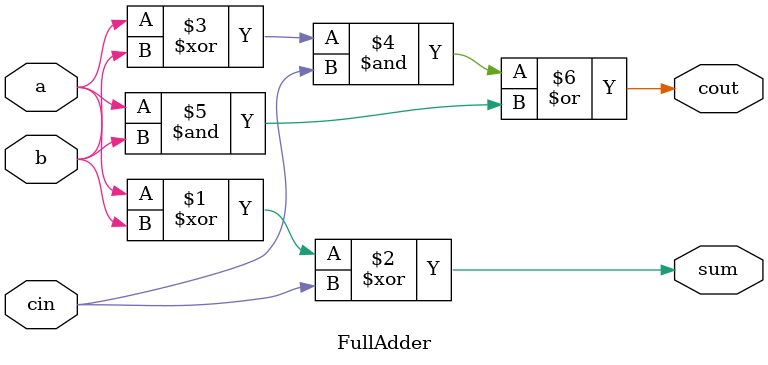
<source format=v>
module FullAdder(a,b,cin,sum,cout);
input a,b,cin;
output sum,cout;

assign sum = a ^ b ^ cin;
assign cout = ((a^b)&cin) | (a&b) ;

endmodule 
</source>
